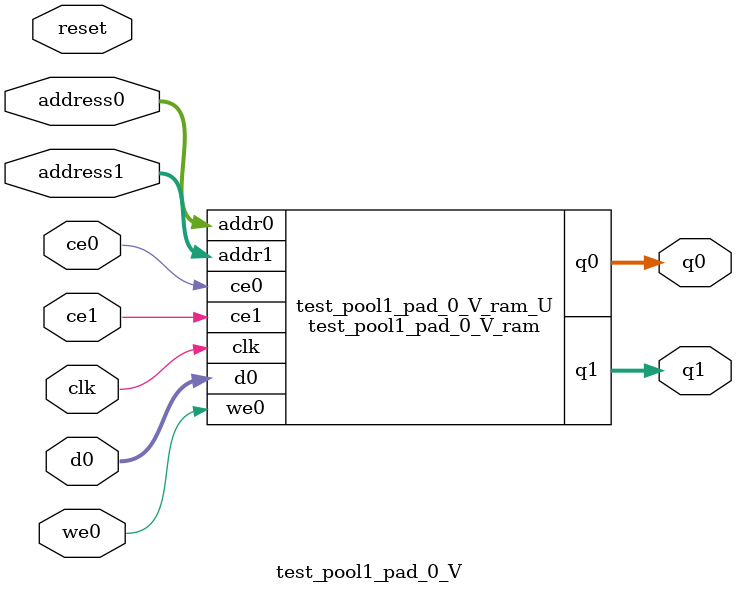
<source format=v>
`timescale 1 ns / 1 ps
module test_pool1_pad_0_V_ram (addr0, ce0, d0, we0, q0, addr1, ce1, q1,  clk);

parameter DWIDTH = 4;
parameter AWIDTH = 20;
parameter MEM_SIZE = 819200;

input[AWIDTH-1:0] addr0;
input ce0;
input[DWIDTH-1:0] d0;
input we0;
output reg[DWIDTH-1:0] q0;
input[AWIDTH-1:0] addr1;
input ce1;
output reg[DWIDTH-1:0] q1;
input clk;

(* ram_style = "block" *)reg [DWIDTH-1:0] ram[0:MEM_SIZE-1];




always @(posedge clk)  
begin 
    if (ce0) begin
        if (we0) 
            ram[addr0] <= d0; 
        q0 <= ram[addr0];
    end
end


always @(posedge clk)  
begin 
    if (ce1) begin
        q1 <= ram[addr1];
    end
end


endmodule

`timescale 1 ns / 1 ps
module test_pool1_pad_0_V(
    reset,
    clk,
    address0,
    ce0,
    we0,
    d0,
    q0,
    address1,
    ce1,
    q1);

parameter DataWidth = 32'd4;
parameter AddressRange = 32'd819200;
parameter AddressWidth = 32'd20;
input reset;
input clk;
input[AddressWidth - 1:0] address0;
input ce0;
input we0;
input[DataWidth - 1:0] d0;
output[DataWidth - 1:0] q0;
input[AddressWidth - 1:0] address1;
input ce1;
output[DataWidth - 1:0] q1;



test_pool1_pad_0_V_ram test_pool1_pad_0_V_ram_U(
    .clk( clk ),
    .addr0( address0 ),
    .ce0( ce0 ),
    .we0( we0 ),
    .d0( d0 ),
    .q0( q0 ),
    .addr1( address1 ),
    .ce1( ce1 ),
    .q1( q1 ));

endmodule


</source>
